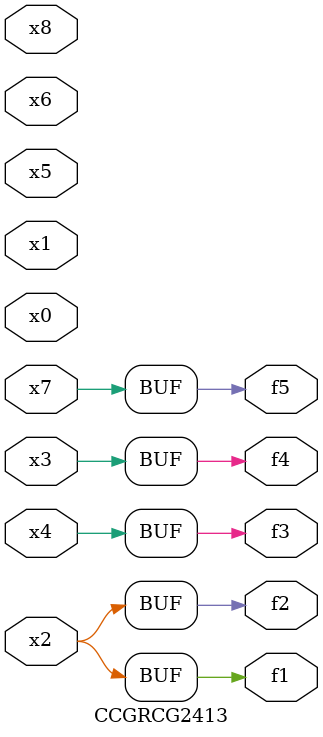
<source format=v>
module CCGRCG2413(
	input x0, x1, x2, x3, x4, x5, x6, x7, x8,
	output f1, f2, f3, f4, f5
);
	assign f1 = x2;
	assign f2 = x2;
	assign f3 = x4;
	assign f4 = x3;
	assign f5 = x7;
endmodule

</source>
